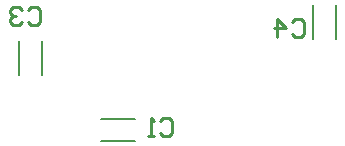
<source format=gbo>
G04*
G04 #@! TF.GenerationSoftware,Altium Limited,Altium Designer,25.1.2 (22)*
G04*
G04 Layer_Color=32896*
%FSLAX44Y44*%
%MOMM*%
G71*
G04*
G04 #@! TF.SameCoordinates,6D4D92B4-A3DC-49D6-99F1-53D89A5D43F5*
G04*
G04*
G04 #@! TF.FilePolarity,Positive*
G04*
G01*
G75*
%ADD13C,0.2000*%
%ADD15C,0.2540*%
D13*
X608971Y518869D02*
Y547931D01*
X589909Y518869D02*
Y547931D01*
X409649Y432429D02*
X438711D01*
X409649Y451491D02*
X438711D01*
X360051Y488389D02*
Y517451D01*
X340989Y488389D02*
Y517451D01*
D15*
X571499Y533398D02*
X574038Y535938D01*
X579117D01*
X581656Y533398D01*
Y523242D01*
X579117Y520703D01*
X574038D01*
X571499Y523242D01*
X558803Y520703D02*
Y535938D01*
X566421Y528320D01*
X556264D01*
X347979Y543558D02*
X350518Y546097D01*
X355597D01*
X358136Y543558D01*
Y533402D01*
X355597Y530863D01*
X350518D01*
X347979Y533402D01*
X342901Y543558D02*
X340362Y546097D01*
X335283D01*
X332744Y543558D01*
Y541019D01*
X335283Y538480D01*
X337822D01*
X335283D01*
X332744Y535941D01*
Y533402D01*
X335283Y530863D01*
X340362D01*
X342901Y533402D01*
X459740Y449578D02*
X462279Y452118D01*
X467357D01*
X469897Y449578D01*
Y439422D01*
X467357Y436883D01*
X462279D01*
X459740Y439422D01*
X454662Y436883D02*
X449583D01*
X452122D01*
Y452118D01*
X454662Y449578D01*
M02*

</source>
